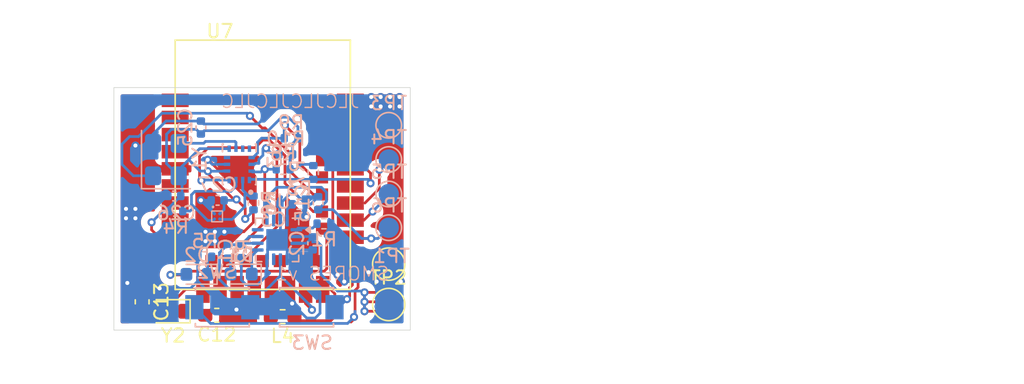
<source format=kicad_pcb>
(kicad_pcb (version 20241229) (generator "pcbnew") (generator_version "9.0")
  (layers (0 "F.Cu" signal) (2 "B.Cu" signal) (13 "F.Paste" user) (15 "B.Paste" user) (5 "F.SilkS" user "F.Silkscreen") (7 "B.SilkS" user "B.Silkscreen") (1 "F.Mask" user) (3 "B.Mask" user) (25 "Edge.Cuts" user))
  (net 0 "")
  (net 1 "VDDH")
  (net 2 "GND")
  (net 3 "BAT+")
  (net 4 "VBUS")
  (net 5 "Net-(U7-P0.01{slash}XL2)")
  (net 6 "Net-(U7-P0.00{slash}XL1)")
  (net 7 "+3V3")
  (net 8 "Net-(D1-K)")
  (net 9 "Net-(D1-A)")
  (net 10 "BLED")
  (net 11 "Net-(D2-K)")
  (net 12 "Net-(U7-DCCH)")
  (net 13 "VDD_NRF")
  (net 14 "Net-(U2-TS)")
  (net 15 "SDO")
  (net 16 "SDA")
  (net 17 "CS")
  (net 18 "SCL")
  (net 19 "RESET")
  (net 20 "SW0")
  (net 24 "INT1")
  (net 25 "OSDO")
  (net 27 "SDX")
  (net 28 "CLK")
  (net 29 "OCS")
  (net 30 "SCX")
  (net 36 "CLK_CTL")
  (net 40 "POWER_PIN")
  (net 52 "Net-(U2-ISET)")
  (net 53 "D+")
  (net 54 "D-")
  (footprint "Inductor_SMD:L_0603_1608Metric_Pad1.05x0.95mm_HandSolder" (layer "F.Cu") (at 121.325 67.1 180)
    (property "Reference" "L4")
    (property "Value" "10uH")
  )
  (footprint "TestPoint:TestPoint_Pad_D2.0mm" (layer "F.Cu") (at 129.2 66.2)
    (property "Reference" "TP2")
    (property "Value" "BAT+")
  )
  (footprint "TestPoint:TestPoint_Pad_D2.0mm" (layer "F.Cu") (at 129.2 63.2)
    (property "Reference" "TP1")
    (property "Value" "BAT-")
  )
  (footprint "SMORES:E73-2G4M08S1C" (layer "F.Cu") (at 119.85 56.0785)
    (property "Reference" "U7")
    (property "Value" "E73-2G4M08S1C")
  )
  (footprint "Capacitor_SMD:C_0603_1608Metric_Pad1.08x0.95mm_HandSolder" (layer "F.Cu") (at 110.9 66 -90)
    (property "Reference" "C13")
    (property "Value" "12pF")
  )
  (footprint "Crystal:Crystal_SMD_2012-2Pin_2.0x1.2mm" (layer "F.Cu") (at 113.2 66.7 180)
    (property "Reference" "Y2")
    (property "Value" "32.768kHz")
  )
  (footprint "Capacitor_SMD:C_0603_1608Metric_Pad1.08x0.95mm_HandSolder" (layer "F.Cu") (at 116.4375 67 180)
    (property "Reference" "C12")
    (property "Value" "12pF")
  )
  (footprint "Resistor_SMD:R_0402_1005Metric" (layer "B.Cu") (at 123.6 56.4 -90)
    (property "Reference" "R7")
    (property "Value" "4.7k")
  )
  (footprint "SMORES:SW_TS-1088-AR02016" (layer "B.Cu") (at 123.1 66.4)
    (property "Reference" "SW3")
    (property "Value" "SW0")
  )
  (footprint "Resistor_SMD:R_0402_1005Metric" (layer "B.Cu") (at 117.26125 62.2415 90)
    (property "Reference" "R2")
    (property "Value" "10k")
  )
  (footprint "TestPoint:TestPoint_Pad_D1.5mm" (layer "B.Cu") (at 129.2 58 180)
    (property "Reference" "TP5")
    (property "Value" "TestPoint")
  )
  (footprint "Resistor_SMD:R_0402_1005Metric" (layer "B.Cu") (at 113.40125 59.26025)
    (property "Reference" "R4")
    (property "Value" "10k")
  )
  (footprint "Capacitor_SMD:C_0402_1005Metric" (layer "B.Cu") (at 113.28125 58.14475)
    (property "Reference" "C26")
    (property "Value" "100nF")
  )
  (footprint "LED_SMD:LED_0603_1608Metric" (layer "B.Cu") (at 118.24875 63.9415 180)
    (property "Reference" "D1")
    (property "Value" "RED")
  )
  (footprint "TestPoint:TestPoint_Pad_D1.5mm" (layer "B.Cu") (at 129.2 52.9 180)
    (property "Reference" "TP3")
    (property "Value" "TestPoint")
  )
  (footprint "Resistor_SMD:R_0402_1005Metric" (layer "B.Cu") (at 121.56125 55.06025 180)
    (property "Reference" "R10")
    (property "Value" "4.7k")
  )
  (footprint "Resistor_SMD:R_0402_1005Metric" (layer "B.Cu") (at 115.55125 62.66025 180)
    (property "Reference" "R5")
    (property "Value" "1k")
  )
  (footprint "Capacitor_SMD:C_0402_1005Metric" (layer "B.Cu") (at 120.64125 58.7415)
    (property "Reference" "C3")
    (property "Value" "1uF")
  )
  (footprint "Resistor_SMD:R_0402_1005Metric" (layer "B.Cu") (at 119.16125 58.66025 90)
    (property "Reference" "R6")
    (property "Value" "10k")
  )
  (footprint "Resistor_SMD:R_0402_1005Metric" (layer "B.Cu") (at 122.55125 58.76025 180)
    (property "Reference" "R3")
    (property "Value" "10k")
  )
  (footprint "Capacitor_SMD:C_0402_1005Metric" (layer "B.Cu") (at 123.96125 58.68025 -90)
    (property "Reference" "C15")
    (property "Value" "4.7uF")
  )
  (footprint "Package_DFN_QFN:VQFN-16-1EP_3x3mm_P0.5mm_EP1.6x1.6mm" (layer "B.Cu") (at 120.91125 61.404 180)
    (property "Reference" "U2")
    (property "Value" "BQ24075RGT")
  )
  (footprint "Capacitor_SMD:C_0402_1005Metric" (layer "B.Cu") (at 116.49875 58.46625 180)
    (property "Reference" "C27")
    (property "Value" "2.2uF")
  )
  (footprint "TestPoint:TestPoint_Pad_D1.5mm" (layer "B.Cu") (at 129.2 55.44 180)
    (property "Reference" "TP4")
    (property "Value" "TestPoint")
  )
  (footprint "Capacitor_SMD:C_0402_1005Metric" (layer "B.Cu") (at 118.26125 62.2415 -90)
    (property "Reference" "C1")
    (property "Value" "4.7uF")
  )
  (footprint "Capacitor_SMD:C_0402_1005Metric" (layer "B.Cu") (at 123.56125 61.6615 -90)
    (property "Reference" "C2")
    (property "Value" "4.7uF")
  )
  (footprint "Resistor_SMD:R_0402_1005Metric" (layer "B.Cu") (at 121.36125 56.16025 180)
    (property "Reference" "R8")
    (property "Value" "4.7k")
  )
  (footprint "Resistor_SMD:R_0402_1005Metric" (layer "B.Cu") (at 124.39 60.2)
    (property "Reference" "R1")
    (property "Value" "10k")
  )
  (footprint "QMC6309:IC_QMC6309" (layer "B.Cu") (at 116.46125 59.66025 90)
    (property "Reference" "U6" (hide yes))
    (property "Value" "QMC6309")
  )
  (footprint "TestPoint:TestPoint_Pad_D1.5mm" (layer "B.Cu") (at 129.2 60.5 180)
    (property "Reference" "TP6")
    (property "Value" "TestPoint")
  )
  (footprint "Oscillator:Oscillator_SMD_SeikoEpson_SG8002CE-4Pin_3.2x2.5mm" (layer "B.Cu") (at 112.66125 55.44475 90)
    (property "Reference" "Y1")
    (property "Value" "SG-8002CE")
  )
  (footprint "Capacitor_SMD:C_0402_1005Metric" (layer "B.Cu") (at 115.26125 53.06475 -90)
    (property "Reference" "C25")
    (property "Value" "100nF")
  )
  (footprint "Resistor_SMD:R_0402_1005Metric" (layer "B.Cu") (at 121.95125 53.86025 180)
    (property "Reference" "R9")
    (property "Value" "4.7k")
  )
  (footprint "LED_SMD:LED_0603_1608Metric" (layer "B.Cu") (at 114.97375 63.96025 180)
    (property "Reference" "D2")
    (property "Value" "BLUE")
  )
  (footprint "SMORES:SW_TS-1088-AR02016" (layer "B.Cu") (at 116.85 66.4 180)
    (property "Reference" "SW2")
    (property "Value" "Reset")
  )
  (footprint "ICM-45686:IC_ICM-45686" (layer "B.Cu") (at 118.11125 55.79775 90)
    (property "Reference" "U3")
    (property "Value" "ICM45686")
  )
  (gr_rect (start 108.8 50.1) (end 130.8 68.1) (stroke (width 0.05)) (fill no) (layer "Edge.Cuts"))
  (gr_text "SMORES v1" (at 120.7 64.5 0) (layer "B.SilkS") (effects (font (size 1 1) (thickness 0.1)) (justify right bottom mirror)))
  (gr_text "JLCJLCJLCJLC" (at 127.1 51.7 0) (layer "B.SilkS") (effects (font (size 1 1) (thickness 0.1)) (justify left bottom mirror)))
  (segment (start 123.03 66.13) (end 123.5 66.6) (width 0.2) (layer "F.Cu") (net 1))
  (segment (start 123.03 65.0785) (end 123.03 66.13) (width 0.2) (layer "F.Cu") (net 1))
  (via (at 123.5 66.6) (size 0.6) (drill 0.3) (layers "F.Cu" "B.Cu") (net 1))
  (segment (start 121.16125 62.8415) (end 121.16125 64.06125) (width 0.2) (layer "B.Cu") (net 1))
  (segment (start 120.104 65.1185) (end 121.16125 64.06125) (width 0.2) (layer "B.Cu") (net 1))
  (segment (start 116.64025 64.3366) (end 117.42215 65.1185) (width 0.2) (layer "B.Cu") (net 1))
  (segment (start 118.83875 61.154) (end 118.83875 61.184) (width 0.2) (layer "B.Cu") (net 1))
  (segment (start 117.26125 61.7315) (end 116.64025 62.3525) (width 0.2) (layer "B.Cu") (net 1))
  (segment (start 121.16125 64.06125) (end 123.5 66.4) (width 0.2) (layer "B.Cu") (net 1))
  (segment (start 116.64025 64.2) (end 116.64025 64.3366) (width 0.2) (layer "B.Cu") (net 1))
  (segment (start 117.42215 65.1185) (end 120.104 65.1185) (width 0.2) (layer "B.Cu") (net 1))
  (segment (start 118.83875 61.184) (end 118.26125 61.7615) (width 0.2) (layer "B.Cu") (net 1))
  (segment (start 119.47375 61.154) (end 118.83875 61.154) (width 0.2) (layer "B.Cu") (net 1))
  (segment (start 119.47375 61.654) (end 118.36875 61.654) (width 0.2) (layer "B.Cu") (net 1))
  (segment (start 123.5 66.4) (end 123.5 66.6) (width 0.2) (layer "B.Cu") (net 1))
  (segment (start 117.29125 61.7615) (end 117.26125 61.7315) (width 0.2) (layer "B.Cu") (net 1))
  (segment (start 118.36875 61.654) (end 118.26125 61.7615) (width 0.2) (layer "B.Cu") (net 1))
  (segment (start 116.64025 62.3525) (end 116.64025 64.2) (width 0.2) (layer "B.Cu") (net 1))
  (segment (start 118.26125 61.7615) (end 117.29125 61.7615) (width 0.2) (layer "B.Cu") (net 1))
  (segment (start 117.601 60.8) (end 118.449943 60.8) (width 0.2) (layer "F.Cu") (net 2))
  (segment (start 115.810193 55.46025) (end 115.76125 55.46025) (width 0.2) (layer "F.Cu") (net 2))
  (segment (start 119.151 60.098943) (end 119.151 58.801057) (width 0.2) (layer "F.Cu") (net 2))
  (segment (start 118.449943 60.8) (end 119.151 60.098943) (width 0.2) (layer "F.Cu") (net 2))
  (segment (start 119.151 58.801057) (end 115.810193 55.46025) (width 0.2) (layer "F.Cu") (net 2))
  (segment (start 115.26125 58.46025) (end 117.601 60.8) (width 0.2) (layer "F.Cu") (net 2))
  (via (at 115.76125 55.46025) (size 0.6) (drill 0.3) (layers "F.Cu" "B.Cu") (net 2))
  (via (at 123.1 59.7) (size 0.6) (drill 0.3) (layers "F.Cu" "B.Cu") (net 2))
  (via (at 127.9 50.8) (size 0.6) (drill 0.3) (layers "F.Cu" "B.Cu") (net 2))
  (via (at 130 51.5) (size 0.6) (drill 0.3) (layers "F.Cu" "B.Cu") (net 2))
  (via (at 129.3 51.5) (size 0.6) (drill 0.3) (layers "F.Cu" "B.Cu") (net 2))
  (via (at 115.6 60.8) (size 0.6) (drill 0.3) (layers "F.Cu" "B.Cu") (net 2))
  (via (at 110.4 59.8) (size 0.6) (drill 0.3) (layers "F.Cu" "B.Cu") (net 2))
  (via (at 127.9 51.5) (size 0.6) (drill 0.3) (layers "F.Cu" "B.Cu") (net 2))
  (via (at 130.1 64.5) (size 0.6) (drill 0.3) (layers "F.Cu" "B.Cu") (net 2))
  (via (at 109.7 59.8) (size 0.6) (drill 0.3) (layers "F.Cu" "B.Cu") (net 2))
  (via (at 127.7 63.8) (size 0.6) (drill 0.3) (layers "F.Cu" "B.Cu") (net 2))
  (via (at 109.8 64.6) (size 0.6) (drill 0.3) (layers "F.Cu" "B.Cu") (net 2))
  (via (at 116.3 60.8) (size 0.6) (drill 0.3) (layers "F.Cu" "B.Cu") (net 2))
  (via (at 130 50.8) (size 0.6) (drill 0.3) (layers "F.Cu" "B.Cu") (net 2))
  (via (at 115.6 61.5) (size 0.6) (drill 0.3) (layers "F.Cu" "B.Cu") (net 2))
  (via (at 115.26125 58.46025) (size 0.6) (drill 0.3) (layers "F.Cu" "B.Cu") (net 2))
  (via (at 117.9 66.578502) (size 0.6) (drill 0.3) (layers "F.Cu" "B.Cu") (net 2))
  (via (at 122.032165 66.125) (size 0.6) (drill 0.3) (layers "F.Cu" "B.Cu") (net 2))
  (via (at 110.4 59.1) (size 0.6) (drill 0.3) (layers "F.Cu" "B.Cu") (net 2))
  (via (at 129.3 50.8) (size 0.6) (drill 0.3) (layers "F.Cu" "B.Cu") (net 2))
  (via (at 128.6 51.5) (size 0.6) (drill 0.3) (layers "F.Cu" "B.Cu") (net 2))
  (via (at 116.3 61.5) (size 0.6) (drill 0.3) (layers "F.Cu" "B.Cu") (net 2))
  (via (at 128.3 64.5) (size 0.6) (drill 0.3) (layers "F.Cu" "B.Cu") (net 2))
  (via (at 109.7 59.1) (size 0.6) (drill 0.3) (layers "F.Cu" "B.Cu") (net 2))
  (via (at 110.4 54.4) (size 0.6) (drill 0.3) (layers "F.Cu" "B.Cu") (net 2))
  (via (at 125.9 64.5) (size 0.6) (drill 0.3) (layers "F.Cu" "B.Cu") (net 2))
  (via (at 128.6 50.8) (size 0.6) (drill 0.3) (layers "F.Cu" "B.Cu") (net 2))
  (via (at 117 60.8) (size 0.6) (drill 0.3) (layers "F.Cu" "B.Cu") (net 2))
  (via (at 112.2 65) (size 0.6) (drill 0.3) (layers "F.Cu" "B.Cu") (net 2))
  (via (at 125.4 64) (size 0.6) (drill 0.3) (layers "F.Cu" "B.Cu") (net 2))
  (segment (start 115.4775 52.801) (end 119.499 52.801) (width 0.2) (layer "B.Cu") (net 2))
  (segment (start 116.01875 58.46625) (end 116.01875 59.00275) (width 0.2) (layer "B.Cu") (net 2))
  (segment (start 116.7 66.148) (end 115.02275 64.47075) (width 0.2) (layer "B.Cu") (net 2))
  (segment (start 118.26125 64.3826) (end 118.59615 64.7175) (width 0.2) (layer "B.Cu") (net 2))
  (segment (start 124.101 65.28125) (end 124.101 66.848943) (width 0.2) (layer "B.Cu") (net 2))
  (segment (start 123.06125 58.76025) (end 123.40125 58.76025) (width 0.2) (layer "B.Cu") (net 2))
  (segment (start 123.56125 62.1415) (end 122.36125 62.1415) (width 0.2) (layer "B.Cu") (net 2))
  (segment (start 116.01875 58.46625) (end 115.45525 58.46625) (width 0.2) (layer "B.Cu") (net 2))
  (segment (start 120.16125 62.8415) (end 120.21225 62.7905) (width 0.2) (layer "B.Cu") (net 2))
  (segment (start 123.108165 67.201) (end 122.032165 66.125) (width 0.2) (layer "B.Cu") (net 2))
  (segment (start 115.26125 58.46025) (end 115.91125 59.11025) (width 0.2) (layer "B.Cu") (net 2))
  (segment (start 120.21225 62.103) (end 120.91125 61.404) (width 0.2) (layer "B.Cu") (net 2))
  (segment (start 112.2 65) (end 114.4935 65) (width 0.2) (layer "B.Cu") (net 2))
  (segment (start 116.09875 55.79775) (end 115.76125 55.46025) (width 0.2) (layer "B.Cu") (net 2))
  (segment (start 118.59615 64.7175) (end 119.47635 64.7175) (width 0.2) (layer "B.Cu") (net 2))
  (segment (start 115.91125 59.11025) (end 116.24025 59.43925) (width 0.2) (layer "B.Cu") (net 2))
  (segment (start 117.9 66.578502) (end 117.469498 66.148) (width 0.2) (layer "B.Cu") (net 2))
  (segment (start 112.80125 58.14475) (end 112.72675 58.14475) (width 0.2) (layer "B.Cu") (net 2))
  (segment (start 115.44925 58.46025) (end 115.26125 58.46025) (width 0.2) (layer "B.Cu") (net 2))
  (segment (start 115.45525 58.46625) (end 115.44925 58.46025) (width 0.2) (layer "B.Cu") (net 2))
  (segment (start 115.04125 62.66025) (end 115.02275 62.67875) (width 0.2) (layer "B.Cu") (net 2))
  (segment (start 121.12125 58.7415) (end 121.86275 58) (width 0.2) (layer "B.Cu") (net 2))
  (segment (start 123.748943 67.201) (end 123.108165 67.201) (width 0.2) (layer "B.Cu") (net 2))
  (segment (start 111.71125 53.54475) (end 111.71125 54.24475) (width 0.2) (layer "B.Cu") (net 2))
  (segment (start 115.76125 55.46025) (end 115.66125 55.36025) (width 0.2) (layer "B.Cu") (net 2))
  (segment (start 121.66125 62.154) (end 120.91125 61.404) (width 0.2) (layer "B.Cu") (net 2))
  (segment (start 121.16125 61.154) (end 120.91125 61.404) (width 0.2) (layer "B.Cu") (net 2))
  (segment (start 124.101 66.848943) (end 123.748943 67.201) (width 0.2) (layer "B.Cu") (net 2))
  (segment (start 120.21225 62.7905) (end 120.21225 62.103) (width 0.2) (layer "B.Cu") (net 2))
  (segment (start 123.40125 58.76025) (end 123.96125 58.20025) (width 0.2) (layer "B.Cu") (net 2))
  (segment (start 121.86275 58) (end 122.301 58) (width 0.2) (layer "B.Cu") (net 2))
  (segment (start 117.19875 55.79775) (end 116.09875 55.79775) (width 0.2) (layer "B.Cu") (net 2))
  (segment (start 119.47635 64.7175) (end 120.16125 64.0326) (width 0.2) (layer "B.Cu") (net 2))
  (segment (start 118.26125 62.7215) (end 118.26125 64.3826) (width 0.2) (layer "B.Cu") (net 2))
  (segment (start 122.301 58) (end 123.06125 58.76025) (width 0.2) (layer "B.Cu") (net 2))
  (segment (start 121.66125 62.8415) (end 121.66125 62.154) (width 0.2) (layer "B.Cu") (net 2))
  (segment (start 119.499 52.801) (end 120.9 51.4) (width 0.2) (layer "B.Cu") (net 2))
  (segment (start 112.72675 58.14475) (end 111.81125 59.06025) (width 0.2) (layer "B.Cu") (net 2))
  (segment (start 121.16125 59.9665) (end 121.16125 61.154) (width 0.2) (layer "B.Cu") (net 2))
  (segment (start 115.02275 62.67875) (end 115.02275 64.47075) (width 0.2) (layer "B.Cu") (net 2))
  (segment (start 115.26125 52.58475) (end 112.67125 52.58475) (width 0.2) (layer "B.Cu") (net 2))
  (segment (start 121.12125 59.9265) (end 121.16125 59.9665) (width 0.2) (layer "B.Cu") (net 2))
  (segment (start 120.16125 64.0326) (end 120.16125 62.8415) (width 0.2) (layer "B.Cu") (net 2))
  (segment (start 115.26125 52.58475) (end 115.4775 52.801) (width 0.2) (layer "B.Cu") (net 2))
  (segment (start 112.67125 52.58475) (end 111.71125 53.54475) (width 0.2) (layer "B.Cu") (net 2))
  (segment (start 121.12125 58.7415) (end 121.12125 59.9265) (width 0.2) (layer "B.Cu") (net 2))
  (segment (start 121.66125 62.8415) (end 124.101 65.28125) (width 0.2) (layer "B.Cu") (net 2))
  (segment (start 122.36125 62.1415) (end 122.34875 62.154) (width 0.2) (layer "B.Cu") (net 2))
  (segment (start 117.469498 66.148) (end 116.7 66.148) (width 0.2) (layer "B.Cu") (net 2))
  (segment (start 122.34875 62.154) (end 121.66125 62.154) (width 0.2) (layer "B.Cu") (net 2))
  (segment (start 114.4935 65) (end 115.02275 64.47075) (width 0.2) (layer "B.Cu") (net 2))
  (segment (start 116.01875 59.00275) (end 115.91125 59.11025) (width 0.2) (layer "B.Cu") (net 2))
  (segment (start 128.7 66.7) (end 129.2 66.2) (width 0.2) (layer "F.Cu") (net 3))
  (segment (start 127.4 65.3) (end 128.3 65.3) (width 0.2) (layer "F.Cu") (net 3))
  (segment (start 127.4 66.7) (end 128.7 66.7) (width 0.2) (layer "F.Cu") (net 3))
  (segment (start 127.4 65.3) (end 127.4 66.7) (width 0.2) (layer "F.Cu") (net 3))
  (segment (start 129 66) (end 129.2 66.2) (width 0.2) (layer "F.Cu") (net 3))
  (segment (start 127.4 66) (end 129 66) (width 0.2) (layer "F.Cu") (net 3))
  (segment (start 128.3 65.3) (end 129.2 66.2) (width 0.2) (layer "F.Cu") (net 3))
  (via (at 127.4 66) (size 0.6) (drill 0.3) (layers "F.Cu" "B.Cu") (net 3))
  (via (at 127.4 66.7) (size 0.6) (drill 0.3) (layers "F.Cu" "B.Cu") (net 3))
  (via (at 127.4 65.3) (size 0.6) (drill 0.3) (layers "F.Cu" "B.Cu") (net 3))
  (segment (start 123.08875 61.654) (end 123.56125 61.1815) (width 0.2) (layer "B.Cu") (net 3))
  (segment (start 127.4 65.3) (end 127.4 66) (width 0.2) (layer "B.Cu") (net 3))
  (segment (start 123.53375 61.154) (end 123.56125 61.1815) (width 0.2) (layer "B.Cu") (net 3))
  (segment (start 124.17225 63.97225) (end 125.399 65.199) (width 0.2) (layer "B.Cu") (net 3))
  (segment (start 127.4 66) (end 127.4 66.7) (width 0.2) (layer "B.Cu") (net 3))
  (segment (start 127.299 65.199) (end 127.4 65.3) (width 0.2) (layer "B.Cu") (net 3))
  (segment (start 122.34875 61.654) (end 123.08875 61.654) (width 0.2) (layer "B.Cu") (net 3))
  (segment (start 123.56125 61.1815) (end 123.56125 61.5605) (width 0.2) (layer "B.Cu") (net 3))
  (segment (start 125.399 65.199) (end 127.299 65.199) (width 0.2) (layer "B.Cu") (net 3))
  (segment (start 124.17225 61.81495) (end 124.17225 63.97225) (width 0.2) (layer "B.Cu") (net 3))
  (segment (start 123.9178 61.5605) (end 124.17225 61.81495) (width 0.2) (layer "B.Cu") (net 3))
  (segment (start 122.34875 61.154) (end 123.53375 61.154) (width 0.2) (layer "B.Cu") (net 3))
  (segment (start 123.56125 61.5605) (end 123.9178 61.5605) (width 0.2) (layer "B.Cu") (net 3))
  (segment (start 127.9 61.3) (end 126.4415 61.3) (width 0.2) (layer "F.Cu") (net 4))
  (via (at 127.9 61.3) (size 0.6) (drill 0.3) (layers "F.Cu" "B.Cu") (net 4))
  (segment (start 124.57225 58.54925) (end 123.96125 59.16025) (width 0.2) (layer "B.Cu") (net 4))
  (segment (start 127.2 61.3) (end 125.06025 59.16025) (width 0.2) (layer "B.Cu") (net 4))
  (segment (start 128.4 61.3) (end 127.9 61.3) (width 0.2) (layer "B.Cu") (net 4))
  (segment (start 127.9 61.3) (end 127.2 61.3) (width 0.2) (layer "B.Cu") (net 4))
  (segment (start 120.9 57.5) (end 124.19855 57.5) (width 0.2) (layer "B.Cu") (net 4))
  (segment (start 120.16125 58.23875) (end 120.9 57.5) (width 0.2) (layer "B.Cu") (net 4))
  (segment (start 120.16125 59.9665) (end 120.16125 58.7415) (width 0.2) (layer "B.Cu") (net 4))
  (segment (start 125.06025 59.16025) (end 123.96125 59.16025) (width 0.2) (layer "B.Cu") (net 4))
  (segment (start 129.2 60.5) (end 128.4 61.3) (width 0.2) (layer "B.Cu") (net 4))
  (segment (start 124.19855 57.5) (end 124.57225 57.8737) (width 0.2) (layer "B.Cu") (net 4))
  (segment (start 120.16125 58.7415) (end 120.16125 58.23875) (width 0.2) (layer "B.Cu") (net 4))
  (segment (start 124.57225 57.8737) (end 124.57225 58.54925) (width 0.2) (layer "B.Cu") (net 4))
  (segment (start 116.68 65.0785) (end 116.68 65.895) (width 0.2) (layer "F.Cu") (net 5))
  (segment (start 115.275 66.7) (end 115.575 67) (width 0.2) (layer "F.Cu") (net 5))
  (segment (start 116.68 65.895) (end 115.575 67) (width 0.2) (layer "F.Cu") (net 5))
  (segment (start 113.9 66.7) (end 115.275 66.7) (width 0.2) (layer "F.Cu") (net 5))
  (segment (start 115.41 65.0785) (end 114.1215 65.0785) (width 0.2) (layer "F.Cu") (net 6))
  (segment (start 112.5 66.7) (end 111.0625 66.7) (width 0.2) (layer "F.Cu") (net 6))
  (segment (start 111.0625 66.7) (end 110.9 66.8625) (width 0.2) (layer "F.Cu") (net 6))
  (segment (start 114.1215 65.0785) (end 112.5 66.7) (width 0.2) (layer "F.Cu") (net 6))
  (segment (start 113.35 61.2085) (end 112.15 61.2085) (width 0.2) (layer "F.Cu") (net 7))
  (segment (start 118.55 59.05) (end 117.9 58.4) (width 0.2) (layer "F.Cu") (net 7))
  (segment (start 112.15 61.2085) (end 111.6 60.6585) (width 0.2) (layer "F.Cu") (net 7))
  (segment (start 115.779972 56.306062) (end 115.779972 56.477722) (width 0.2) (layer "F.Cu") (net 7))
  (segment (start 117.70225 58.4) (end 117.9 58.4) (width 0.2) (layer "F.Cu") (net 7))
  (segment (start 118.55 59.85) (end 118.55 59.05) (width 0.2) (layer "F.Cu") (net 7))
  (segment (start 111.6 60.6585) (end 111.6 60.1) (width 0.2) (layer "F.Cu") (net 7))
  (segment (start 115.779972 56.477722) (end 117.70225 58.4) (width 0.2) (layer "F.Cu") (net 7))
  (via (at 111.6 60.1) (size 0.6) (drill 0.3) (layers "F.Cu" "B.Cu") (net 7))
  (via (at 115.779972 56.306062) (size 0.6) (drill 0.3) (layers "F.Cu" "B.Cu") (net 7))
  (via (at 117.9 58.4) (size 0.6) (drill 0.3) (layers "F.Cu" "B.Cu") (net 7))
  (via (at 118.55 59.85) (size 0.6) (drill 0.3) (layers "F.Cu" "B.Cu") (net 7))
  (segment (start 116.90225 56.29775) (end 117.19875 56.29775) (width 0.2) (layer "B.Cu") (net 7))
  (segment (start 113.86125 56.64475) (end 113.86125 58.04475) (width 0.2) (layer "B.Cu") (net 7))
  (segment (start 117.83375 58.46625) (end 117.9 58.4) (width 0.2) (layer "B.Cu") (net 7))
  (segment (start 112.71025 53.55959) (end 113.06984 53.2) (width 0.2) (layer "B.Cu") (net 7))
  (segment (start 113.86125 55.94475) (end 113.86125 56.64475) (width 0.2) (layer "B.Cu") (net 7))
  (segment (start 112.89125 59.01475) (end 113.76125 58.14475) (width 0.2) (layer "B.Cu") (net 7))
  (segment (start 112.89125 59.26025) (end 112.43975 59.26025) (width 0.2) (layer "B.Cu") (net 7))
  (segment (start 122.7 55.8) (end 123.51 55.8) (width 0.2) (layer "B.Cu") (net 7))
  (segment (start 113.86125 58.04475) (end 113.76125 58.14475) (width 0.2) (layer "B.Cu") (net 7))
  (segment (start 113.06984 53.2) (end 114.9165 53.2) (width 0.2) (layer "B.Cu") (net 7))
  (segment (start 122.07125 54.25025) (end 122.46125 53.86025) (width 0.2) (layer "B.Cu") (net 7))
  (segment (start 122.33975 56.16025) (end 121.87125 56.16025) (width 0.2) (layer "B.Cu") (net 7))
  (segment (start 121.87125 56.16025) (end 121.87125 55.26025) (width 0.2) (layer "B.Cu") (net 7))
  (segment (start 116.97875 58.46625) (end 117.83375 58.46625) (width 0.2) (layer "B.Cu") (net 7))
  (segment (start 115.6 56.29775) (end 115.19875 56.29775) (width 0.2) (layer "B.Cu") (net 7))
  (segment (start 115.17075 54.63525) (end 117.36125 54.63525) (width 0.2) (layer "B.Cu") (net 7))
  (segment (start 115.19875 56.29775) (end 114.3535 55.4525) (width 0.2) (layer "B.Cu") (net 7))
  (segment (start 116.893938 56.306062) (end 116.90225 56.29775) (width 0.2) (layer "B.Cu") (net 7))
  (segment (start 113.86125 55.94475) (end 114.3535 55.4525) (width 0.2) (layer "B.Cu") (net 7))
  (segment (start 112.43975 59.26025) (end 111.6 60.1) (width 0.2) (layer "B.Cu") (net 7))
  (segment (start 121.748943 52.299) (end 122.46125 53.011307) (width 0.2) (layer "B.Cu") (net 7))
  (segment (start 115.779972 56.306062) (end 116.893938 56.306062) (width 0.2) (layer "B.Cu") (net 7))
  (segment (start 115.779972 56.306062) (end 115.608312 56.306062) (width 0.2) (layer "B.Cu") (net 7))
  (segment (start 112.89125 59.26025) (end 112.89125 59.01475) (width 0.2) (layer "B.Cu") (net 7))
  (segment (start 119.16125 59.17025) (end 119.16125 59.23875) (width 0.2) (layer "B.Cu") (net 7))
  (segment (start 114.9165 53.2) (end 115.26125 53.54475) (width 0.2) (layer "B.Cu") (net 7))
  (segment (start 113.87675 55.96025) (end 113.86125 55.94475) (width 0.2) (layer "B.Cu") (net 7))
  (segment (start 116.97875 58.46625) (end 116.97875 59.14275) (width 0.2) (layer "B.Cu") (net 7))
  (segment (start 113.61125 56.64475) (end 112.71025 55.74375) (width 0.2) (layer "B.Cu") (net 7))
  (segment (start 116.97875 59.14275) (end 116.68225 59.43925) (width 0.2) (layer "B.Cu") (net 7))
  (segment (start 115.26125 53.54475) (end 115.506 53.3) (width 0.2) (layer "B.Cu") (net 7))
  (segment (start 122.07125 55.06025) (end 122.07125 54.25025) (width 0.2) (layer "B.Cu") (net 7))
  (segment (start 123.51 55.8) (end 123.6 55.89) (width 0.2) (layer "B.Cu") (net 7))
  (segment (start 112.71025 55.74375) (end 112.71025 53.55959) (width 0.2) (layer "B.Cu") (net 7))
  (segment (start 122.7 55.8) (end 122.33975 56.16025) (width 0.2) (layer "B.Cu") (net 7))
  (segment (start 121.87125 55.26025) (end 122.07125 55.06025) (width 0.2) (layer "B.Cu") (net 7))
  (segment (start 115.506 53.3) (end 120.250057 53.3) (width 0.2) (layer "B.Cu") (net 7))
  (segment (start 120.250057 53.3) (end 121.251057 52.299) (width 0.2) (layer "B.Cu") (net 7))
  (segment (start 122.46125 53.011307) (end 122.46125 53.86025) (width 0.2) (layer "B.Cu") (net 7))
  (segment (start 115.608312 56.306062) (end 115.6 56.29775) (width 0.2) (layer "B.Cu") (net 7))
  (segment (start 121.251057 52.299) (end 121.748943 52.299) (width 0.2) (layer "B.Cu") (net 7))
  (segment (start 119.16125 59.23875) (end 118.55 59.85) (width 0.2) (layer "B.Cu") (net 7))
  (segment (start 114.3535 55.4525) (end 115.17075 54.63525) (width 0.2) (layer "B.Cu") (net 7))
  (segment (start 119.03625 62.5915) (end 119.47375 62.154) (width 0.2) (layer "B.Cu") (net 8))
  (segment (start 119.03625 63.9415) (end 119.03625 62.5915) (width 0.2) (layer "B.Cu") (net 8))
  (segment (start 117.46125 63.9415) (end 117.46125 62.9515) (width 0.2) (layer "B.Cu") (net 9))
  (segment (start 117.46125 62.9515) (end 117.26125 62.7515) (width 0.2) (layer "B.Cu") (net 9))
  (segment (start 124.6 60.9235) (end 124.6 63.5405) (width 0.2) (layer "F.Cu") (net 10))
  (segment (start 124.25 60.5735) (end 124.6 60.9235) (width 0.2) (layer "F.Cu") (net 10))
  (segment (start 114.0705 63.7295) (end 124.411 63.7295) (width 0.2) (layer "F.Cu") (net 10))
  (segment (start 113.8 64) (end 113 64) (width 0.2) (layer "F.Cu") (net 10))
  (segment (start 114.0705 63.7295) (end 113.8 64) (width 0.2) (layer "F.Cu") (net 10))
  (segment (start 124.411 63.7295) (end 124.6 63.5405) (width 0.2) (layer "F.Cu") (net 10))
  (via (at 113 64) (size 0.6) (drill 0.3) (layers "F.Cu" "B.Cu") (net 10))
  (segment (start 114.18625 63.96025) (end 113.03975 63.96025) (width 0.2) (layer "B.Cu") (net 10))
  (segment (start 113.03975 63.96025) (end 113 64) (width 0.2) (layer "B.Cu") (net 10))
  (segment (start 115.76125 62.96025) (end 116.06125 62.66025) (width 0.2) (layer "B.Cu") (net 11))
  (segment (start 115.76125 63.96025) (end 115.76125 62.96025) (width 0.2) (layer "B.Cu") (net 11))
  (segment (start 122.2 67.1) (end 122.5 67.4) (width 0.2) (layer "F.Cu") (net 12))
  (segment (start 124.8785 65.0785) (end 124.3 65.0785) (width 0.2) (layer "F.Cu") (net 12))
  (segment (start 125.2 65.4) (end 124.8785 65.0785) (width 0.2) (layer "F.Cu") (net 12))
  (segment (start 124.9 67.4) (end 125.2 67.1) (width 0.2) (layer "F.Cu") (net 12))
  (segment (start 125.2 67.1) (end 125.2 65.4) (width 0.2) (layer "F.Cu") (net 12))
  (segment (start 122.5 67.4) (end 124.9 67.4) (width 0.2) (layer "F.Cu") (net 12))
  (segment (start 120.45 65.1185) (end 120.49 65.0785) (width 0.2) (layer "F.Cu") (net 13))
  (segment (start 120.45 67.1) (end 120.45 65.1185) (width 0.2) (layer "F.Cu") (net 13))
  (segment (start 122.34875 60.654) (end 122.47375 60.529) (width 0.2) (layer "B.Cu") (net 14))
  (segment (start 123.551 60.529) (end 123.88 60.2) (width 0.2) (layer "B.Cu") (net 14))
  (segment (start 122.47375 60.529) (end 123.551 60.529) (width 0.2) (layer "B.Cu") (net 14))
  (segment (start 127.5285 56.1285) (end 126.35 56.1285) (width 0.2) (layer "F.Cu") (net 15))
  (segment (start 127.850002 56.450002) (end 127.5285 56.1285) (width 0.2) (layer "F.Cu") (net 15))
  (segment (start 127.850002 57.2) (end 127.850002 56.450002) (width 0.2) (layer "F.Cu") (net 15))
  (via (at 127.850002 57.2) (size 0.6) (drill 0.3) (layers "F.Cu" "B.Cu") (net 15))
  (segment (start 127.69 56.91) (end 123.6 56.91) (width 0.2) (layer "B.Cu") (net 15))
  (segment (start 118.97425 56.91) (end 123.6 56.91) (width 0.2) (layer "B.Cu") (net 15))
  (segment (start 127.850002 57.070002) (end 127.69 56.91) (width 0.2) (layer "B.Cu") (net 15))
  (segment (start 127.850002 57.2) (end 127.850002 57.070002) (width 0.2) (layer "B.Cu") (net 15))
  (segment (start 118.924 56.96025) (end 118.97425 56.91) (width 0.2) (layer "B.Cu") (net 15))
  (segment (start 120 56.16025) (end 120 60.1) (width 0.2) (layer "F.Cu") (net 16))
  (segment (start 120 60.1) (end 117.31 62.79) (width 0.2) (layer "F.Cu") (net 16))
  (segment (start 117.31 62.79) (end 117.31 62.9785) (width 0.2) (layer "F.Cu") (net 16))
  (via (at 120 56.16025) (size 0.6) (drill 0.3) (layers "F.Cu" "B.Cu") (net 16))
  (segment (start 119.906497 56.16025) (end 120 56.16025) (width 0.2) (layer "B.Cu") (net 16))
  (segment (start 119.08625 56.36025) (end 119.02375 56.29775) (width 0.2) (layer "B.Cu") (net 16))
  (segment (start 119.906497 56.16025) (end 119.891529 56.175218) (width 0.2) (layer "B.Cu") (net 16))
  (segment (start 119.891529 56.178501) (end 119.70978 56.36025) (width 0.2) (layer "B.Cu") (net 16))
  (segment (start 120 56.16025) (end 120.85125 56.16025) (width 0.2) (layer "B.Cu") (net 16))
  (segment (start 119.891529 56.175218) (end 119.891529 56.178501) (width 0.2) (layer "B.Cu") (net 16))
  (segment (start 119.70978 56.36025) (end 119.08625 56.36025) (width 0.2) (layer "B.Cu") (net 16))
  (segment (start 123.6 56.7635) (end 122.6 55.7635) (width 0.2) (layer "F.Cu") (net 17))
  (segment (start 122.6 55.7635) (end 122.6 54) (width 0.2) (layer "F.Cu") (net 17))
  (segment (start 122.6 54) (end 121.5 52.9) (width 0.2) (layer "F.Cu") (net 17))
  (segment (start 124.25 56.7635) (end 123.6 56.7635) (width 0.2) (layer "F.Cu") (net 17))
  (via (at 121.5 52.9) (size 0.6) (drill 0.3) (layers "F.Cu" "B.Cu") (net 17))
  (segment (start 119.02375 55.29775) (end 119.12375 55.29775) (width 0.2) (layer "B.Cu") (net 17))
  (segment (start 121.44125 53.86025) (end 121.44125 52.95875) (width 0.2) (layer "B.Cu") (net 17))
  (segment (start 121.44125 53.86025) (end 120.567748 53.86025) (width 0.2) (layer "B.Cu") (net 17))
  (segment (start 121.44125 52.95875) (end 121.5 52.9) (width 0.2) (layer "B.Cu") (net 17))
  (segment (start 119.46125 54.16025) (end 119.46125 54.96025) (width 0.2) (layer "B.Cu") (net 17))
  (segment (start 120.561248 53.85375) (end 119.76775 53.85375) (width 0.2) (layer "B.Cu") (net 17))
  (segment (start 119.12375 55.29775) (end 119.46125 54.96025) (width 0.2) (layer "B.Cu") (net 17))
  (segment (start 119.76775 53.85375) (end 119.46125 54.16025) (width 0.2) (layer "B.Cu") (net 17))
  (segment (start 120.567748 53.86025) (end 120.561248 53.85375) (width 0.2) (layer "B.Cu") (net 17))
  (segment (start 118.58 62.7465) (end 120.9 60.4265) (width 0.2) (layer "F.Cu") (net 18))
  (segment (start 118.58 62.9785) (end 118.58 62.7465) (width 0.2) (layer "F.Cu") (net 18))
  (segment (start 120.9 55.4) (end 120.1 54.6) (width 0.2) (layer "F.Cu") (net 18))
  (segment (start 120.9 60.4265) (end 120.9 55.4) (width 0.2) (layer "F.Cu") (net 18))
  (via (at 120.1 54.6) (size 0.6) (drill 0.3) (layers "F.Cu" "B.Cu") (net 18))
  (segment (start 121.05125 55.06025) (end 120.56025 55.06025) (width 0.2) (layer "B.Cu") (net 18))
  (segment (start 119.56225 55.72375) (end 119.56225 55.42635) (width 0.2) (layer "B.Cu") (net 18))
  (segment (start 119.22375 55.79775) (end 119.29775 55.72375) (width 0.2) (layer "B.Cu") (net 18))
  (segment (start 119.86225 55.12635) (end 119.86225 54.63775) (width 0.2) (layer "B.Cu") (net 18))
  (segment (start 119.29775 55.72375) (end 119.56225 55.72375) (width 0.2) (layer "B.Cu") (net 18))
  (segment (start 119.86225 54.63775) (end 120 54.5) (width 0.2) (layer "B.Cu") (net 18))
  (segment (start 120.1 54.6) (end 120.56025 55.06025) (width 0.2) (layer "B.Cu") (net 18))
  (segment (start 119.02375 55.79775) (end 119.22375 55.79775) (width 0.2) (layer "B.Cu") (net 18))
  (segment (start 119.56225 55.42635) (end 119.86225 55.12635) (width 0.2) (layer "B.Cu") (net 18))
  (segment (start 120 54.5) (end 120.1 54.6) (width 0.2) (layer "B.Cu") (net 18))
  (segment (start 126.35 62.4785) (end 126.925028 63.053528) (width 0.2) (layer "F.Cu") (net 19))
  (segment (start 126.925028 64.925029) (end 126.701 65.149057) (width 0.2) (layer "F.Cu") (net 19))
  (segment (start 126.701 67.199) (end 126.4 67.5) (width 0.2) (layer "F.Cu") (net 19))
  (segment (start 126.701 65.149057) (end 126.701 67.199) (width 0.2) (layer "F.Cu") (net 19))
  (segment (start 126.925028 63.053528) (end 126.925028 64.925029) (width 0.2) (layer "F.Cu") (net 19))
  (via (at 126.623972 67.123972) (size 0.6) (drill 0.3) (layers "F.Cu" "B.Cu") (net 19))
  (segment (start 126.623972 67.123972) (end 126.145943 67.602) (width 0.2) (layer "B.Cu") (net 19))
  (segment (start 126.145943 67.602) (end 115.977 67.602) (width 0.2) (layer "B.Cu") (net 19))
  (segment (start 126.7 67.047943) (end 126.7 66.7) (width 0.2) (layer "B.Cu") (net 19))
  (segment (start 126.623972 67.123972) (end 126.7 67.047943) (width 0.2) (layer "B.Cu") (net 19))
  (segment (start 115.977 67.602) (end 114.775 66.4) (width 0.2) (layer "B.Cu") (net 19))
  (segment (start 126.501 64.251057) (end 125.529443 63.2795) (width 0.2) (layer "F.Cu") (net 20))
  (segment (start 126.501 64.748943) (end 126.501 64.251057) (width 0.2) (layer "F.Cu") (net 20))
  (segment (start 126.3 64.949943) (end 126.501 64.748943) (width 0.2) (layer "F.Cu") (net 20))
  (segment (start 125.529443 63.2795) (end 125.049 63.2795) (width 0.2) (layer "F.Cu") (net 20))
  (segment (start 125.049 55.6425) (end 124.9 55.4935) (width 0.2) (layer "F.Cu") (net 20))
  (segment (start 125.049 63.2795) (end 125.049 55.6425) (width 0.2) (layer "F.Cu") (net 20))
  (segment (start 126.3 65.599) (end 126.3 64.949943) (width 0.2) (layer "F.Cu") (net 20))
  (segment (start 126.1 65.799) (end 126.3 65.599) (width 0.2) (layer "F.Cu") (net 20))
  (segment (start 124.9 55.4935) (end 124.25 55.4935) (width 0.2) (layer "F.Cu") (net 20))
  (via (at 126.1 65.799) (size 0.6) (drill 0.3) (layers "F.Cu" "B.Cu") (net 20))
  (segment (start 125.175 66.4) (end 125.499 66.4) (width 0.2) (layer "B.Cu") (net 20))
  (segment (start 125.499 66.4) (end 126.1 65.799) (width 0.2) (layer "B.Cu") (net 20))
  (segment (start 121.5 55.150057) (end 121.5 57.2035) (width 0.2) (layer "F.Cu") (net 24))
  (segment (start 119.851057 53.999) (end 120.348943 53.999) (width 0.2) (layer "F.Cu") (net 24))
  (segment (start 121.5 57.2035) (end 123.6 59.3035) (width 0.2) (layer "F.Cu") (net 24))
  (segment (start 115.16025 55.211307) (end 115.810307 54.56125) (width 0.2) (layer "F.Cu") (net 24))
  (segment (start 119.288807 54.56125) (end 119.851057 53.999) (width 0.2) (layer "F.Cu") (net 24))
  (segment (start 115.3 57) (end 115.16025 56.86025) (width 0.2) (layer "F.Cu") (net 24))
  (segment (start 115.810307 54.56125) (end 119.288807 54.56125) (width 0.2) (layer "F.Cu") (net 24))
  (segment (start 123.6 59.3035) (end 124.25 59.3035) (width 0.2) (layer "F.Cu") (net 24))
  (segment (start 115.16025 56.86025) (end 115.16025 55.211307) (width 0.2) (layer "F.Cu") (net 24))
  (segment (start 120.348943 53.999) (end 121.5 55.150057) (width 0.2) (layer "F.Cu") (net 24))
  (via (at 115.3 57) (size 0.6) (drill 0.3) (layers "F.Cu" "B.Cu") (net 24))
  (segment (start 117.36125 56.96025) (end 115.33975 56.96025) (width 0.2) (layer "B.Cu") (net 24))
  (segment (start 115.33975 56.96025) (end 115.3 57) (width 0.2) (layer "B.Cu") (net 24))
  (segment (start 118.523 57.86025) (end 118.523 58.930384) (width 0.2) (layer "B.Cu") (net 27))
  (segment (start 119.16125 58.15025) (end 118.813 58.15025) (width 0.2) (layer "B.Cu") (net 27))
  (segment (start 118.36125 57.6985) (end 118.36125 56.96025) (width 0.2) (layer "B.Cu") (net 27))
  (segment (start 118.813 58.15025) (end 118.523 57.86025) (width 0.2) (layer "B.Cu") (net 27))
  (segment (start 118.523 58.930384) (end 117.572134 59.88125) (width 0.2) (layer "B.Cu") (net 27))
  (segment (start 118.523 57.86025) (end 118.36125 57.6985) (width 0.2) (layer "B.Cu") (net 27))
  (segment (start 117.572134 59.88125) (end 116.68225 59.88125) (width 0.2) (layer "B.Cu") (net 27))
  (segment (start 117.86125 54.17075) (end 117.78725 54.09675) (width 0.2) (layer "B.Cu") (net 28))
  (segment (start 113.62175 54.23425) (end 113.61125 54.24475) (width 0.2) (layer "B.Cu") (net 28))
  (segment (start 115.60325 54.09675) (end 115.46575 54.23425) (width 0.2) (layer "B.Cu") (net 28))
  (segment (start 115.46575 54.23425) (end 113.62175 54.23425) (width 0.2) (layer "B.Cu") (net 28))
  (segment (start 117.86125 54.63525) (end 117.86125 54.17075) (width 0.2) (layer "B.Cu") (net 28))
  (segment (start 117.78725 54.09675) (end 115.60325 54.09675) (width 0.2) (layer "B.Cu") (net 28))
  (segment (start 117.86125 57.42475) (end 117.86125 56.96025) (width 0.2) (layer "B.Cu") (net 30))
  (segment (start 116.24025 59.88125) (end 116.16125 59.96025) (width 0.2) (layer "B.Cu") (net 30))
  (segment (start 115.76125 59.96025) (end 114.76125 58.96025) (width 0.2) (layer "B.Cu") (net 30))
  (segment (start 114.8215 57.8) (end 117.486 57.8) (width 0.2) (layer "B.Cu") (net 30))
  (segment (start 114.46125 59.26025) (end 114.76125 58.96025) (width 0.2) (layer "B.Cu") (net 30))
  (segment (start 114.76125 58.96025) (end 114.56125 58.76025) (width 0.2) (layer "B.Cu") (net 30))
  (segment (start 114.56125 58.06025) (end 114.8215 57.8) (width 0.2) (layer "B.Cu") (net 30))
  (segment (start 114.46125 59.26025) (end 113.91125 59.26025) (width 0.2) (layer "B.Cu") (net 30))
  (segment (start 114.56125 58.76025) (end 114.56125 58.06025) (width 0.2) (layer "B.Cu") (net 30))
  (segment (start 116.16125 59.96025) (end 115.76125 59.96025) (width 0.2) (layer "B.Cu") (net 30))
  (segment (start 117.486 57.8) (end 117.86125 57.42475) (width 0.2) (layer "B.Cu") (net 30))
  (segment (start 123.6 58.0335) (end 121.901 56.3345) (width 0.2) (layer "F.Cu") (net 36))
  (segment (start 119.8 53.1) (end 118.9 52.2) (width 0.2) (layer "F.Cu") (net 36))
  (segment (start 121.901 54.983957) (end 120.308522 53.391478) (width 0.2) (layer "F.Cu") (net 36))
  (segment (start 120.017043 53.1) (end 119.8 53.1) (width 0.2) (layer "F.Cu") (net 36))
  (segment (start 121.901 56.3345) (end 121.901 54.983957) (width 0.2) (layer "F.Cu") (net 36))
  (segment (start 120.308522 53.391478) (end 120.017043 53.1) (width 0.2) (layer "F.Cu") (net 36))
  (segment (start 120.017043 53.1) (end 120.308522 53.391478) (width 0.2) (layer "F.Cu") (net 36))
  (segment (start 124.25 58.0335) (end 123.6 58.0335) (width 0.2) (layer "F.Cu") (net 36))
  (via (at 118.9 52.2) (size 0.6) (drill 0.3) (layers "F.Cu" "B.Cu") (net 36))
  (segment (start 112.36609 52.00375) (end 118.70375 52.00375) (width 0.2) (layer "B.Cu") (net 36))
  (segment (start 109.96508 53.73492) (end 110.63492 53.73492) (width 0.2) (layer "B.Cu") (net 36))
  (segment (start 111.71125 56.64475) (end 110.24475 56.64475) (width 0.2) (layer "B.Cu") (net 36))
  (segment (start 110.63492 53.73492) (end 112.36609 52.00375) (width 0.2) (layer "B.Cu") (net 36))
  (segment (start 109.4 54.3) (end 109.96508 53.73492) (width 0.2) (layer "B.Cu") (net 36))
  (segment (start 109.4 55.8) (end 109.4 54.3) (width 0.2) (layer "B.Cu") (net 36))
  (segment (start 118.70375 52.00375) (end 118.9 52.2) (width 0.2) (layer "B.Cu") (net 36))
  (segment (start 110.24475 56.64475) (end 109.4 55.8) (width 0.2) (layer "B.Cu") (net 36))
  (segment (start 121.66125 59.14025) (end 122.04125 58.76025) (width 0.2) (layer "B.Cu") (net 52))
  (segment (start 121.66125 59.9665) (end 121.66125 59.14025) (width 0.2) (layer "B.Cu") (net 52))
  (segment (start 128.5 56.2) (end 128.5 57.6) (width 0.2) (layer "F.Cu") (net 53))
  (segment (start 128.5 57.6) (end 127.4315 58.6685) (width 0.2) (layer "F.Cu") (net 53))
  (via (at 128.5 56.2) (size 0.6) (drill 0.3) (layers "F.Cu" "B.Cu") (net 53))
  (segment (start 128.5 56.2) (end 129.2 55.5) (width 0.2) (layer "B.Cu") (net 53))
  (segment (start 129.2 55.5) (end 129.2 55.44) (width 0.2) (layer "B.Cu") (net 53))
  (segment (start 127.3615 59.9385) (end 128 59.3) (width 0.2) (layer "F.Cu") (net 54))
  (segment (start 126.35 59.9385) (end 127.3615 59.9385) (width 0.2) (layer "F.Cu") (net 54))
  (via (at 128 59.3) (size 0.6) (drill 0.3) (layers "F.Cu" "B.Cu") (net 54))
  (segment (start 129.2 58) (end 129.2 58.1) (width 0.2) (layer "B.Cu") (net 54))
  (segment (start 129.2 58.1) (end 128 59.3) (width 0.2) (layer "B.Cu") (net 54))
  (zone (net 2) (net_name "GND") (layers "F.Cu" "B.Cu") (connect_pads yes (clearance 0.5)) (min_thickness 0.25) (fill yes (thermal_gap 0.5) (thermal_bridge_width 0.5))
    (polygon (pts (xy 105.9 49.5) (xy 105.8 70) (xy 134.5 69.7) (xy 132.7 48.7)))
  )
)
</source>
